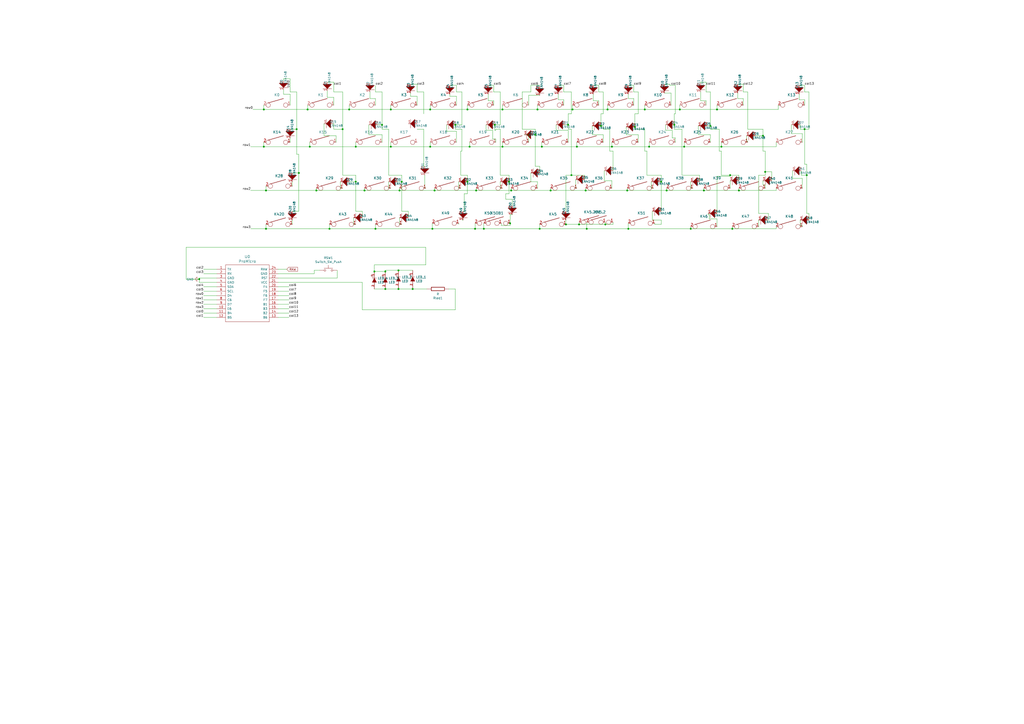
<source format=kicad_sch>
(kicad_sch (version 20230121) (generator eeschema)
  (paper "A2")
  (junction (at 223.52 157.48))
  (junction (at 295.91 129.54))
  (junction (at 354.965 85.09))
  (junction (at 231.775 110.49))
  (junction (at 271.145 105.41))
  (junction (at 206.375 105.41))
  (junction (at 400.685 132.715))
  (junction (at 295.275 105.41))
  (junction (at 374.015 63.5))
  (junction (at 249.555 85.09))
  (junction (at 291.465 85.09))
  (junction (at 287.02 72.39))
  (junction (at 418.465 85.09))
  (junction (at 233.045 105.41))
  (junction (at 221.615 72.39))
  (junction (at 376.555 85.09))
  (junction (at 231.14 167.64))
  (junction (at 331.47 101.6))
  (junction (at 339.725 110.49))
  (junction (at 250.825 132.715))
  (junction (at 364.49 132.715))
  (junction (at 153.035 85.09))
  (junction (at 443.865 99.695))
  (junction (at 154.305 110.49))
  (junction (at 183.515 110.49))
  (junction (at 396.875 85.09))
  (junction (at 423.545 101.6))
  (junction (at 394.335 63.5))
  (junction (at 264.16 72.39))
  (junction (at 352.425 63.5))
  (junction (at 198.755 74.93))
  (junction (at 442.595 78.74))
  (junction (at 311.785 63.5))
  (junction (at 223.52 167.64))
  (junction (at 271.145 63.5))
  (junction (at 314.325 85.09))
  (junction (at 173.355 100.33))
  (junction (at 272.415 85.09))
  (junction (at 313.055 132.715))
  (junction (at 296.545 110.49))
  (junction (at 340.36 132.715))
  (junction (at 351.155 130.175))
  (junction (at 332.105 63.5))
  (junction (at 226.695 85.09))
  (junction (at 231.14 156.845))
  (junction (at 154.305 132.715))
  (junction (at 412.115 73.025))
  (junction (at 428.625 110.49))
  (junction (at 172.085 74.93))
  (junction (at 467.995 101.6))
  (junction (at 368.3 73.66))
  (junction (at 153.035 63.5))
  (junction (at 239.395 167.64))
  (junction (at 310.515 78.105))
  (junction (at 202.565 63.5))
  (junction (at 408.305 110.49))
  (junction (at 276.225 110.49))
  (junction (at 291.465 63.5))
  (junction (at 275.59 132.715))
  (junction (at 363.855 110.49))
  (junction (at 319.405 110.49))
  (junction (at 115.57 161.925))
  (junction (at 252.095 110.49))
  (junction (at 206.375 85.09))
  (junction (at 280.67 132.715))
  (junction (at 415.925 63.5))
  (junction (at 191.135 132.715))
  (junction (at 334.645 85.09))
  (junction (at 217.17 157.48))
  (junction (at 348.615 73.025))
  (junction (at 178.435 63.5))
  (junction (at 386.715 110.49))
  (junction (at 211.455 110.49))
  (junction (at 249.555 63.5))
  (junction (at 179.705 85.09))
  (junction (at 328.295 130.175))
  (junction (at 424.815 132.715))
  (junction (at 335.915 130.175))
  (junction (at 329.565 72.39))
  (junction (at 466.725 74.93))
  (junction (at 217.805 132.715))
  (junction (at 226.695 63.5))
  (junction (at 383.54 105.41))
  (junction (at 391.16 72.39))
  (wire (pts (xy 349.885 74.93) (xy 353.695 74.93)))
  (wire (pts (xy 391.16 72.39) (xy 391.16 74.93)))
  (wire (pts (xy 211.455 110.49) (xy 231.775 110.49)))
  (wire (pts (xy 412.115 73.025) (xy 412.115 74.93)))
  (wire (pts (xy 467.995 123.825) (xy 469.265 123.825)))
  (wire (pts (xy 206.375 105.41) (xy 206.375 122.555)))
  (wire (pts (xy 260.985 54.61) (xy 260.985 55.88)))
  (wire (pts (xy 323.85 54.61) (xy 323.85 57.785)))
  (wire (pts (xy 153.035 63.5) (xy 178.435 63.5)))
  (wire (pts (xy 415.925 102.235) (xy 415.925 123.825)))
  (wire (pts (xy 368.3 74.93) (xy 374.015 74.93)))
  (wire (pts (xy 214.63 53.34) (xy 214.63 57.15)))
  (wire (pts (xy 364.49 132.715) (xy 400.685 132.715)))
  (wire (pts (xy 161.29 156.21) (xy 166.37 156.21)))
  (wire (pts (xy 375.285 101.6) (xy 375.285 87.63)))
  (wire (pts (xy 424.815 132.715) (xy 450.215 132.715)))
  (wire (pts (xy 406.4 47.625) (xy 409.575 47.625)))
  (wire (pts (xy 247.015 143.51) (xy 247.015 153.67)))
  (wire (pts (xy 239.395 167.64) (xy 239.395 167.005)))
  (wire (pts (xy 322.58 72.39) (xy 322.58 75.565)))
  (wire (pts (xy 443.865 101.6) (xy 440.055 101.6)))
  (wire (pts (xy 411.48 127) (xy 415.925 127)))
  (wire (pts (xy 459.105 77.47) (xy 465.455 77.47)))
  (wire (pts (xy 210.185 179.705) (xy 264.16 179.705)))
  (wire (pts (xy 339.725 110.49) (xy 363.855 110.49)))
  (wire (pts (xy 283.21 54.61) (xy 283.21 58.42)))
  (wire (pts (xy 334.645 85.09) (xy 334.645 82.55)))
  (wire (pts (xy 344.17 58.42) (xy 347.345 58.42)))
  (wire (pts (xy 463.55 57.785) (xy 466.725 57.785)))
  (wire (pts (xy 428.625 104.775) (xy 428.625 101.6)))
  (wire (pts (xy 173.355 122.555) (xy 169.545 122.555)))
  (wire (pts (xy 412.115 53.34) (xy 412.115 73.025)))
  (wire (pts (xy 327.025 53.34) (xy 331.47 53.34)))
  (wire (pts (xy 167.64 179.07) (xy 161.29 179.07)))
  (wire (pts (xy 415.925 127) (xy 415.925 131.445)))
  (wire (pts (xy 383.54 130.175) (xy 379.73 130.175)))
  (wire (pts (xy 386.715 110.49) (xy 408.305 110.49)))
  (wire (pts (xy 350.52 104.775) (xy 354.965 104.775)))
  (wire (pts (xy 245.745 74.93) (xy 245.745 96.52)))
  (wire (pts (xy 280.67 132.715) (xy 313.055 132.715)))
  (wire (pts (xy 370.205 53.34) (xy 370.205 66.04)))
  (wire (pts (xy 264.16 72.39) (xy 267.97 72.39)))
  (wire (pts (xy 431.165 53.34) (xy 433.705 53.34)))
  (wire (pts (xy 197.485 109.22) (xy 198.755 109.22)))
  (wire (pts (xy 223.52 157.48) (xy 223.52 156.845)))
  (wire (pts (xy 442.595 107.315) (xy 443.865 107.315)))
  (wire (pts (xy 391.16 72.39) (xy 391.16 66.04)))
  (wire (pts (xy 259.08 76.2) (xy 264.795 76.2)))
  (wire (pts (xy 409.575 58.42) (xy 409.575 60.96)))
  (wire (pts (xy 285.75 80.645) (xy 287.655 80.645)))
  (wire (pts (xy 296.545 110.49) (xy 319.405 110.49)))
  (wire (pts (xy 410.21 73.025) (xy 412.115 73.025)))
  (wire (pts (xy 391.16 74.93) (xy 395.605 74.93)))
  (wire (pts (xy 367.665 57.15) (xy 367.665 60.96)))
  (wire (pts (xy 445.77 123.825) (xy 445.77 127.635)))
  (wire (pts (xy 267.335 87.63) (xy 267.97 87.63)))
  (wire (pts (xy 295.91 130.81) (xy 295.91 129.54)))
  (wire (pts (xy 394.335 63.5) (xy 394.335 60.96)))
  (wire (pts (xy 309.245 78.105) (xy 310.515 78.105)))
  (wire (pts (xy 347.345 49.53) (xy 347.345 53.34)))
  (wire (pts (xy 329.565 74.93) (xy 329.565 72.39)))
  (wire (pts (xy 290.195 53.34) (xy 290.195 72.39)))
  (wire (pts (xy 245.745 74.93) (xy 241.935 74.93)))
  (wire (pts (xy 252.095 110.49) (xy 276.225 110.49)))
  (wire (pts (xy 418.465 101.6) (xy 423.545 101.6)))
  (wire (pts (xy 205.105 130.175) (xy 206.375 130.175)))
  (wire (pts (xy 406.4 48.26) (xy 406.4 47.625)))
  (wire (pts (xy 354.965 85.09) (xy 376.555 85.09)))
  (wire (pts (xy 252.095 110.49) (xy 252.095 109.22)))
  (wire (pts (xy 264.795 55.88) (xy 264.795 60.96)))
  (wire (pts (xy 275.59 129.54) (xy 275.59 132.715)))
  (wire (pts (xy 193.675 71.755) (xy 193.675 74.93)))
  (wire (pts (xy 198.755 101.6) (xy 206.375 101.6)))
  (wire (pts (xy 182.245 158.75) (xy 182.245 156.845)))
  (wire (pts (xy 281.94 72.39) (xy 281.94 75.565)))
  (wire (pts (xy 287.02 75.565) (xy 287.655 75.565)))
  (wire (pts (xy 161.29 158.75) (xy 182.245 158.75)))
  (wire (pts (xy 187.96 78.74) (xy 194.945 78.74)))
  (wire (pts (xy 314.325 85.09) (xy 334.645 85.09)))
  (wire (pts (xy 219.075 72.39) (xy 221.615 72.39)))
  (wire (pts (xy 319.405 110.49) (xy 319.405 109.22)))
  (wire (pts (xy 328.295 127.635) (xy 328.295 130.175)))
  (wire (pts (xy 250.825 129.54) (xy 250.825 132.715)))
  (wire (pts (xy 396.875 85.09) (xy 396.875 82.55)))
  (wire (pts (xy 378.46 127.635) (xy 383.54 127.635)))
  (wire (pts (xy 433.705 53.34) (xy 433.705 74.93)))
  (wire (pts (xy 225.425 109.22) (xy 226.695 109.22)))
  (wire (pts (xy 271.145 101.6) (xy 271.145 105.41)))
  (wire (pts (xy 191.135 132.715) (xy 217.805 132.715)))
  (wire (pts (xy 445.77 127.635) (xy 445.135 127.635)))
  (wire (pts (xy 374.015 74.93) (xy 374.015 87.63)))
  (wire (pts (xy 450.215 82.55) (xy 450.215 85.09)))
  (wire (pts (xy 467.995 95.25) (xy 467.995 101.6)))
  (wire (pts (xy 153.035 60.96) (xy 153.035 63.5)))
  (wire (pts (xy 154.305 130.175) (xy 154.305 132.715)))
  (wire (pts (xy 433.705 81.915) (xy 433.705 82.55)))
  (wire (pts (xy 348.615 66.04) (xy 349.885 66.04)))
  (wire (pts (xy 247.65 167.64) (xy 239.395 167.64)))
  (wire (pts (xy 335.915 130.175) (xy 351.155 130.175)))
  (wire (pts (xy 194.945 78.74) (xy 194.945 82.55)))
  (wire (pts (xy 314.325 85.09) (xy 314.325 82.55)))
  (wire (pts (xy 376.555 85.09) (xy 376.555 82.55)))
  (wire (pts (xy 115.57 163.83) (xy 125.73 163.83)))
  (wire (pts (xy 231.775 130.175) (xy 233.045 130.175)))
  (wire (pts (xy 115.57 161.925) (xy 115.57 163.83)))
  (wire (pts (xy 245.745 53.34) (xy 245.745 66.04)))
  (wire (pts (xy 466.725 57.785) (xy 466.725 60.96)))
  (wire (pts (xy 295.91 129.54) (xy 295.91 124.46)))
  (wire (pts (xy 400.685 132.715) (xy 400.685 131.445)))
  (wire (pts (xy 329.565 75.565) (xy 329.565 82.55)))
  (wire (pts (xy 415.925 63.5) (xy 415.925 60.96)))
  (wire (pts (xy 327.025 57.785) (xy 327.025 60.96)))
  (wire (pts (xy 223.52 156.845) (xy 231.14 156.845)))
  (wire (pts (xy 388.62 49.53) (xy 391.795 49.53)))
  (wire (pts (xy 377.825 109.22) (xy 379.095 109.22)))
  (wire (pts (xy 291.465 85.09) (xy 291.465 82.55)))
  (wire (pts (xy 183.515 110.49) (xy 211.455 110.49)))
  (wire (pts (xy 217.17 157.48) (xy 223.52 157.48)))
  (wire (pts (xy 249.555 63.5) (xy 249.555 60.96)))
  (wire (pts (xy 187.96 71.755) (xy 187.96 78.74)))
  (wire (pts (xy 217.17 153.67) (xy 247.015 153.67)))
  (wire (pts (xy 206.375 85.09) (xy 226.695 85.09)))
  (wire (pts (xy 442.595 104.775) (xy 442.595 107.315)))
  (wire (pts (xy 173.355 100.33) (xy 173.355 89.535)))
  (wire (pts (xy 213.995 78.105) (xy 221.615 78.105)))
  (wire (pts (xy 264.795 49.53) (xy 264.795 53.34)))
  (wire (pts (xy 210.185 163.83) (xy 210.185 179.705)))
  (wire (pts (xy 245.745 96.52) (xy 246.38 96.52)))
  (wire (pts (xy 368.3 66.04) (xy 370.205 66.04)))
  (wire (pts (xy 241.935 48.895) (xy 241.935 53.34)))
  (wire (pts (xy 225.425 101.6) (xy 233.045 101.6)))
  (wire (pts (xy 118.11 181.61) (xy 125.73 181.61)))
  (wire (pts (xy 431.165 48.895) (xy 431.165 53.34)))
  (wire (pts (xy 408.305 110.49) (xy 408.305 109.22)))
  (wire (pts (xy 424.815 132.715) (xy 424.815 131.445)))
  (wire (pts (xy 466.725 53.34) (xy 469.265 53.34)))
  (wire (pts (xy 378.46 122.555) (xy 378.46 127.635)))
  (wire (pts (xy 260.985 55.88) (xy 264.795 55.88)))
  (wire (pts (xy 290.195 74.93) (xy 287.655 74.93)))
  (wire (pts (xy 310.515 78.105) (xy 310.515 96.52)))
  (wire (pts (xy 217.805 132.715) (xy 250.825 132.715)))
  (wire (pts (xy 466.725 95.25) (xy 467.995 95.25)))
  (wire (pts (xy 290.83 130.81) (xy 295.91 130.81)))
  (wire (pts (xy 467.995 101.6) (xy 467.995 123.825)))
  (wire (pts (xy 189.865 47.625) (xy 193.675 47.625)))
  (wire (pts (xy 281.94 75.565) (xy 285.75 75.565)))
  (wire (pts (xy 221.615 53.34) (xy 221.615 72.39)))
  (wire (pts (xy 231.14 167.64) (xy 223.52 167.64)))
  (wire (pts (xy 418.465 101.6) (xy 418.465 87.63)))
  (wire (pts (xy 406.4 58.42) (xy 409.575 58.42)))
  (wire (pts (xy 295.91 124.46) (xy 297.18 124.46)))
  (wire (pts (xy 331.47 53.34) (xy 331.47 66.04)))
  (wire (pts (xy 350.52 99.06) (xy 350.52 104.775)))
  (wire (pts (xy 428.625 110.49) (xy 450.215 110.49)))
  (wire (pts (xy 334.645 85.09) (xy 354.965 85.09)))
  (wire (pts (xy 386.08 75.565) (xy 389.89 75.565)))
  (wire (pts (xy 118.11 156.21) (xy 125.73 156.21)))
  (wire (pts (xy 386.08 72.39) (xy 386.08 75.565)))
  (wire (pts (xy 464.185 130.81) (xy 465.455 130.81)))
  (wire (pts (xy 334.01 109.22) (xy 334.645 109.22)))
  (wire (pts (xy 246.38 101.6) (xy 246.38 109.22)))
  (wire (pts (xy 267.335 101.6) (xy 271.145 101.6)))
  (wire (pts (xy 293.37 112.395) (xy 293.37 115.57)))
  (wire (pts (xy 291.465 63.5) (xy 311.785 63.5)))
  (wire (pts (xy 374.015 63.5) (xy 374.015 60.96)))
  (wire (pts (xy 433.705 74.93) (xy 442.595 74.93)))
  (wire (pts (xy 323.85 49.53) (xy 327.025 49.53)))
  (wire (pts (xy 347.345 58.42) (xy 347.345 60.96)))
  (wire (pts (xy 388.62 49.53) (xy 388.62 48.895)))
  (wire (pts (xy 153.035 85.09) (xy 179.705 85.09)))
  (wire (pts (xy 352.425 63.5) (xy 352.425 60.96)))
  (wire (pts (xy 210.185 126.365) (xy 210.185 122.555)))
  (wire (pts (xy 409.575 53.34) (xy 412.115 53.34)))
  (wire (pts (xy 231.14 156.845) (xy 239.395 156.845)))
  (wire (pts (xy 168.275 60.96) (xy 168.275 54.61)))
  (wire (pts (xy 118.11 166.37) (xy 125.73 166.37)))
  (wire (pts (xy 238.125 53.975) (xy 238.125 55.88)))
  (wire (pts (xy 297.18 115.57) (xy 297.18 119.38)))
  (wire (pts (xy 236.855 126.365) (xy 236.855 122.555)))
  (wire (pts (xy 405.13 73.025) (xy 405.13 78.105)))
  (wire (pts (xy 355.6 99.06) (xy 355.6 87.63)))
  (wire (pts (xy 427.99 57.15) (xy 431.165 57.15)))
  (wire (pts (xy 287.655 80.645) (xy 287.655 82.55)))
  (wire (pts (xy 450.215 132.715) (xy 450.215 131.445)))
  (wire (pts (xy 459.105 72.39) (xy 459.105 77.47)))
  (wire (pts (xy 427.99 48.895) (xy 431.165 48.895)))
  (wire (pts (xy 383.54 105.41) (xy 383.54 122.555)))
  (wire (pts (xy 465.455 103.505) (xy 465.455 109.22)))
  (wire (pts (xy 191.135 132.715) (xy 191.135 130.175)))
  (wire (pts (xy 442.595 74.93) (xy 442.595 78.74)))
  (wire (pts (xy 377.825 105.41) (xy 377.825 109.22)))
  (wire (pts (xy 231.775 110.49) (xy 231.775 109.22)))
  (wire (pts (xy 225.425 74.93) (xy 225.425 101.6)))
  (wire (pts (xy 238.125 55.88) (xy 241.935 55.88)))
  (wire (pts (xy 367.665 53.34) (xy 370.205 53.34)))
  (wire (pts (xy 193.675 74.93) (xy 198.755 74.93)))
  (wire (pts (xy 339.725 110.49) (xy 339.725 109.22)))
  (wire (pts (xy 291.465 63.5) (xy 291.465 60.96)))
  (wire (pts (xy 334.01 104.14) (xy 334.01 109.22)))
  (wire (pts (xy 290.195 74.93) (xy 290.195 101.6)))
  (wire (pts (xy 183.515 110.49) (xy 183.515 109.22)))
  (wire (pts (xy 169.545 127.635) (xy 169.545 130.175)))
  (wire (pts (xy 375.285 87.63) (xy 374.015 87.63)))
  (wire (pts (xy 410.845 124.46) (xy 410.845 123.825)))
  (wire (pts (xy 307.975 100.33) (xy 307.975 105.41)))
  (wire (pts (xy 322.58 75.565) (xy 329.565 75.565)))
  (wire (pts (xy 266.065 130.175) (xy 266.065 129.54)))
  (wire (pts (xy 272.415 85.09) (xy 291.465 85.09)))
  (wire (pts (xy 344.17 49.53) (xy 347.345 49.53)))
  (wire (pts (xy 447.675 99.695) (xy 443.865 99.695)))
  (wire (pts (xy 275.59 132.715) (xy 280.67 132.715)))
  (wire (pts (xy 231.775 110.49) (xy 252.095 110.49)))
  (wire (pts (xy 290.83 130.81) (xy 290.83 129.54)))
  (wire (pts (xy 179.705 85.09) (xy 206.375 85.09)))
  (wire (pts (xy 306.705 78.105) (xy 306.705 82.55)))
  (wire (pts (xy 178.435 63.5) (xy 202.565 63.5)))
  (wire (pts (xy 125.73 161.29) (xy 115.57 161.29)))
  (wire (pts (xy 348.615 73.025) (xy 348.615 66.04)))
  (wire (pts (xy 466.725 49.53) (xy 466.725 53.34)))
  (wire (pts (xy 347.345 53.34) (xy 349.885 53.34)))
  (wire (pts (xy 443.865 101.6) (xy 443.865 99.695)))
  (wire (pts (xy 386.715 110.49) (xy 386.715 109.22)))
  (wire (pts (xy 295.275 101.6) (xy 295.275 105.41)))
  (wire (pts (xy 411.48 124.46) (xy 411.48 127)))
  (wire (pts (xy 145.415 85.09) (xy 153.035 85.09)))
  (wire (pts (xy 332.105 63.5) (xy 332.105 60.96)))
  (wire (pts (xy 291.465 85.09) (xy 314.325 85.09)))
  (wire (pts (xy 388.62 48.895) (xy 385.445 48.895)))
  (wire (pts (xy 440.055 127.635) (xy 440.055 131.445)))
  (wire (pts (xy 167.64 168.91) (xy 161.29 168.91)))
  (wire (pts (xy 459.74 99.06) (xy 459.74 103.505)))
  (wire (pts (xy 465.455 130.81) (xy 465.455 131.445)))
  (wire (pts (xy 250.825 132.715) (xy 275.59 132.715)))
  (wire (pts (xy 374.015 63.5) (xy 394.335 63.5)))
  (wire (pts (xy 450.215 110.49) (xy 450.215 109.22)))
  (wire (pts (xy 349.885 78.105) (xy 349.885 82.55)))
  (wire (pts (xy 423.545 102.235) (xy 423.545 101.6)))
  (wire (pts (xy 118.11 184.15) (xy 125.73 184.15)))
  (wire (pts (xy 418.465 85.09) (xy 418.465 82.55)))
  (wire (pts (xy 463.55 49.53) (xy 466.725 49.53)))
  (wire (pts (xy 340.36 128.905) (xy 340.36 132.715)))
  (wire (pts (xy 307.975 105.41) (xy 311.785 105.41)))
  (wire (pts (xy 329.565 72.39) (xy 329.565 66.04)))
  (wire (pts (xy 107.95 143.51) (xy 247.015 143.51)))
  (wire (pts (xy 405.765 101.6) (xy 405.765 105.41)))
  (wire (pts (xy 226.695 63.5) (xy 226.695 60.96)))
  (wire (pts (xy 206.375 101.6) (xy 206.375 105.41)))
  (wire (pts (xy 214.63 57.15) (xy 217.805 57.15)))
  (wire (pts (xy 295.275 112.395) (xy 293.37 112.395)))
  (wire (pts (xy 167.64 166.37) (xy 161.29 166.37)))
  (wire (pts (xy 412.115 74.93) (xy 417.195 74.93)))
  (wire (pts (xy 354.965 104.775) (xy 354.965 109.22)))
  (wire (pts (xy 323.85 57.785) (xy 327.025 57.785)))
  (wire (pts (xy 443.865 107.315) (xy 443.865 109.22)))
  (wire (pts (xy 233.045 101.6) (xy 233.045 105.41)))
  (wire (pts (xy 154.305 107.95) (xy 154.305 110.49)))
  (wire (pts (xy 285.75 75.565) (xy 285.75 80.645)))
  (wire (pts (xy 167.64 176.53) (xy 161.29 176.53)))
  (wire (pts (xy 193.675 47.625) (xy 193.675 53.34)))
  (wire (pts (xy 391.795 49.53) (xy 391.795 66.04)))
  (wire (pts (xy 328.295 130.175) (xy 335.915 130.175)))
  (wire (pts (xy 287.655 75.565) (xy 287.655 74.93)))
  (wire (pts (xy 118.11 158.75) (xy 125.73 158.75)))
  (wire (pts (xy 302.895 74.93) (xy 310.515 74.93)))
  (wire (pts (xy 396.875 85.09) (xy 418.465 85.09)))
  (wire (pts (xy 290.195 72.39) (xy 287.02 72.39)))
  (wire (pts (xy 267.335 101.6) (xy 267.335 87.63)))
  (wire (pts (xy 286.385 53.34) (xy 290.195 53.34)))
  (wire (pts (xy 173.355 100.33) (xy 173.355 122.555)))
  (wire (pts (xy 327.025 49.53) (xy 327.025 53.34)))
  (wire (pts (xy 389.89 75.565) (xy 389.89 80.01)))
  (wire (pts (xy 264.16 167.64) (xy 264.16 179.705)))
  (wire (pts (xy 287.02 72.39) (xy 287.02 75.565)))
  (wire (pts (xy 440.055 101.6) (xy 440.055 123.825)))
  (wire (pts (xy 173.355 89.535) (xy 172.085 89.535)))
  (wire (pts (xy 451.485 60.96) (xy 451.485 63.5)))
  (wire (pts (xy 168.275 54.61) (xy 164.465 54.61)))
  (wire (pts (xy 400.685 109.22) (xy 401.955 109.22)))
  (wire (pts (xy 241.935 55.88) (xy 241.935 60.96)))
  (wire (pts (xy 230.505 105.41) (xy 233.045 105.41)))
  (wire (pts (xy 226.695 63.5) (xy 249.555 63.5)))
  (wire (pts (xy 443.865 87.63) (xy 442.595 87.63)))
  (wire (pts (xy 276.225 110.49) (xy 276.225 109.22)))
  (wire (pts (xy 349.885 53.34) (xy 349.885 66.04)))
  (wire (pts (xy 202.565 105.41) (xy 206.375 105.41)))
  (wire (pts (xy 145.415 132.715) (xy 154.305 132.715)))
  (wire (pts (xy 269.24 122.555) (xy 268.605 122.555)))
  (wire (pts (xy 354.965 85.09) (xy 354.965 82.55)))
  (wire (pts (xy 280.67 129.54) (xy 280.67 132.715)))
  (wire (pts (xy 405.13 78.105) (xy 412.115 78.105)))
  (wire (pts (xy 118.11 168.91) (xy 125.73 168.91)))
  (wire (pts (xy 259.08 72.39) (xy 259.08 76.2)))
  (wire (pts (xy 306.705 55.245) (xy 306.705 60.96)))
  (wire (pts (xy 363.855 110.49) (xy 386.715 110.49)))
  (wire (pts (xy 451.485 63.5) (xy 415.925 63.5)))
  (wire (pts (xy 339.09 104.14) (xy 339.09 101.6)))
  (wire (pts (xy 400.685 105.41) (xy 400.685 109.22)))
  (wire (pts (xy 154.305 110.49) (xy 183.515 110.49)))
  (wire (pts (xy 417.195 74.93) (xy 417.195 87.63)))
  (wire (pts (xy 364.49 49.53) (xy 367.665 49.53)))
  (wire (pts (xy 267.97 127.635) (xy 268.605 127.635)))
  (wire (pts (xy 197.485 105.41) (xy 197.485 109.22)))
  (wire (pts (xy 168.275 45.72) (xy 164.465 45.72)))
  (wire (pts (xy 395.605 74.93) (xy 395.605 101.6)))
  (wire (pts (xy 221.615 72.39) (xy 221.615 74.93)))
  (wire (pts (xy 415.925 102.235) (xy 423.545 102.235)))
  (wire (pts (xy 469.265 53.34) (xy 469.265 74.93)))
  (wire (pts (xy 295.275 105.41) (xy 295.275 112.395)))
  (wire (pts (xy 464.82 101.6) (xy 467.995 101.6)))
  (wire (pts (xy 311.785 63.5) (xy 332.105 63.5)))
  (wire (pts (xy 178.435 63.5) (xy 178.435 60.96)))
  (wire (pts (xy 118.11 173.99) (xy 125.73 173.99)))
  (wire (pts (xy 310.515 74.93) (xy 310.515 78.105)))
  (wire (pts (xy 173.355 100.33) (xy 169.545 100.33)))
  (wire (pts (xy 182.245 156.845) (xy 185.42 156.845)))
  (wire (pts (xy 364.49 129.54) (xy 364.49 132.715)))
  (wire (pts (xy 217.805 132.715) (xy 217.805 130.175)))
  (wire (pts (xy 351.155 130.175) (xy 355.6 130.175)))
  (wire (pts (xy 223.52 167.64) (xy 217.17 167.64)))
  (wire (pts (xy 363.22 78.105) (xy 370.205 78.105)))
  (wire (pts (xy 145.415 110.49) (xy 154.305 110.49)))
  (wire (pts (xy 311.785 105.41) (xy 311.785 109.22)))
  (wire (pts (xy 464.185 72.39) (xy 464.185 74.93)))
  (wire (pts (xy 205.105 126.365) (xy 205.105 130.175)))
  (wire (pts (xy 168.275 82.55) (xy 168.275 80.01)))
  (wire (pts (xy 231.775 126.365) (xy 231.775 130.175)))
  (wire (pts (xy 428.625 110.49) (xy 428.625 109.22)))
  (wire (pts (xy 290.195 105.41) (xy 290.195 109.22)))
  (wire (pts (xy 412.115 78.105) (xy 412.115 82.55)))
  (wire (pts (xy 264.795 76.2) (xy 264.795 82.55)))
  (wire (pts (xy 286.385 49.53) (xy 286.385 53.34)))
  (wire (pts (xy 465.455 77.47) (xy 465.455 82.55)))
  (wire (pts (xy 202.565 63.5) (xy 226.695 63.5)))
  (wire (pts (xy 375.285 101.6) (xy 383.54 101.6)))
  (wire (pts (xy 172.085 53.34) (xy 172.085 74.93)))
  (wire (pts (xy 311.785 63.5) (xy 311.785 60.96)))
  (wire (pts (xy 226.695 85.09) (xy 226.695 82.55)))
  (wire (pts (xy 193.04 71.755) (xy 193.675 71.755)))
  (wire (pts (xy 189.865 56.515) (xy 193.675 56.515)))
  (wire (pts (xy 179.705 82.55) (xy 179.705 85.09)))
  (wire (pts (xy 161.29 161.29) (xy 195.58 161.29)))
  (wire (pts (xy 221.615 74.93) (xy 225.425 74.93)))
  (wire (pts (xy 355.6 87.63) (xy 353.695 87.63)))
  (wire (pts (xy 327.66 72.39) (xy 329.565 72.39)))
  (wire (pts (xy 313.055 132.715) (xy 340.36 132.715)))
  (wire (pts (xy 249.555 63.5) (xy 271.145 63.5)))
  (wire (pts (xy 469.265 123.825) (xy 469.265 127.635)))
  (wire (pts (xy 344.17 54.61) (xy 344.17 58.42)))
  (wire (pts (xy 169.545 105.41) (xy 169.545 107.95)))
  (wire (pts (xy 459.74 103.505) (xy 465.455 103.505)))
  (wire (pts (xy 293.37 115.57) (xy 297.18 115.57)))
  (wire (pts (xy 463.55 54.61) (xy 463.55 57.785)))
  (wire (pts (xy 238.125 48.895) (xy 241.935 48.895)))
  (wire (pts (xy 368.3 74.93) (xy 368.3 73.66)))
  (wire (pts (xy 115.57 161.29) (xy 115.57 161.925)))
  (wire (pts (xy 319.405 110.49) (xy 339.725 110.49)))
  (wire (pts (xy 198.755 53.34) (xy 198.755 74.93)))
  (wire (pts (xy 364.49 54.61) (xy 364.49 57.15)))
  (wire (pts (xy 332.105 63.5) (xy 352.425 63.5)))
  (wire (pts (xy 168.275 53.34) (xy 172.085 53.34)))
  (wire (pts (xy 349.885 73.025) (xy 349.885 74.93)))
  (wire (pts (xy 266.065 105.41) (xy 266.065 109.22)))
  (wire (pts (xy 331.47 74.93) (xy 329.565 74.93)))
  (wire (pts (xy 304.165 78.105) (xy 306.705 78.105)))
  (wire (pts (xy 363.22 73.66) (xy 363.22 78.105)))
  (wire (pts (xy 443.865 99.695) (xy 443.865 87.63)))
  (wire (pts (xy 370.205 78.105) (xy 370.205 82.55)))
  (wire (pts (xy 391.16 66.04) (xy 391.795 66.04)))
  (wire (pts (xy 376.555 85.09) (xy 396.875 85.09)))
  (wire (pts (xy 221.615 78.105) (xy 221.615 82.55)))
  (wire (pts (xy 329.565 66.04) (xy 331.47 66.04)))
  (wire (pts (xy 302.895 53.34) (xy 307.975 53.34)))
  (wire (pts (xy 307.975 49.53) (xy 313.055 49.53)))
  (wire (pts (xy 118.11 179.07) (xy 125.73 179.07)))
  (wire (pts (xy 438.15 78.74) (xy 442.595 78.74)))
  (wire (pts (xy 271.145 63.5) (xy 271.145 60.96)))
  (wire (pts (xy 423.545 104.775) (xy 423.545 109.22)))
  (wire (pts (xy 271.145 105.41) (xy 271.145 112.395)))
  (wire (pts (xy 428.625 101.6) (xy 423.545 101.6)))
  (wire (pts (xy 260.35 167.64) (xy 264.16 167.64)))
  (wire (pts (xy 296.545 110.49) (xy 296.545 109.22)))
  (wire (pts (xy 389.255 53.975) (xy 389.255 60.96)))
  (wire (pts (xy 418.465 87.63) (xy 417.195 87.63)))
  (wire (pts (xy 267.97 74.93) (xy 267.97 87.63)))
  (wire (pts (xy 343.535 78.105) (xy 349.885 78.105)))
  (wire (pts (xy 290.195 101.6) (xy 295.275 101.6)))
  (wire (pts (xy 389.89 80.01) (xy 391.795 80.01)))
  (wire (pts (xy 364.49 57.15) (xy 367.665 57.15)))
  (wire (pts (xy 153.035 85.09) (xy 153.035 82.55)))
  (wire (pts (xy 271.145 112.395) (xy 269.24 112.395)))
  (wire (pts (xy 351.155 128.905) (xy 351.155 130.175)))
  (wire (pts (xy 266.065 109.22) (xy 267.335 109.22)))
  (wire (pts (xy 167.64 171.45) (xy 161.29 171.45)))
  (wire (pts (xy 363.855 110.49) (xy 363.855 109.22)))
  (wire (pts (xy 331.47 101.6) (xy 339.09 101.6)))
  (wire (pts (xy 267.97 53.34) (xy 267.97 72.39)))
  (wire (pts (xy 217.805 49.53) (xy 217.805 53.34)))
  (wire (pts (xy 290.195 109.22) (xy 291.465 109.22)))
  (wire (pts (xy 385.445 53.975) (xy 389.255 53.975)))
  (wire (pts (xy 107.95 161.925) (xy 107.95 143.51)))
  (wire (pts (xy 217.805 57.15) (xy 217.805 60.96)))
  (wire (pts (xy 355.6 130.175) (xy 355.6 128.905)))
  (wire (pts (xy 343.535 73.025) (xy 343.535 78.105)))
  (wire (pts (xy 217.805 53.34) (xy 221.615 53.34)))
  (wire (pts (xy 440.055 123.825) (xy 445.77 123.825)))
  (wire (pts (xy 272.415 85.09) (xy 272.415 82.55)))
  (wire (pts (xy 211.455 110.49) (xy 211.455 109.22)))
  (wire (pts (xy 213.995 72.39) (xy 213.995 78.105)))
  (wire (pts (xy 447.675 104.775) (xy 447.675 99.695)))
  (wire (pts (xy 168.275 45.72) (xy 168.275 53.34)))
  (wire (pts (xy 313.055 55.245) (xy 306.705 55.245)))
  (wire (pts (xy 307.975 49.53) (xy 307.975 53.34)))
  (wire (pts (xy 246.38 109.22) (xy 247.015 109.22)))
  (wire (pts (xy 167.64 181.61) (xy 161.29 181.61)))
  (wire (pts (xy 167.64 184.15) (xy 161.29 184.15)))
  (wire (pts (xy 433.07 78.74) (xy 433.07 81.915)))
  (wire (pts (xy 264.795 53.34) (xy 267.97 53.34)))
  (wire (pts (xy 239.395 167.64) (xy 231.14 167.64)))
  (wire (pts (xy 249.555 85.09) (xy 272.415 85.09)))
  (wire (pts (xy 394.335 63.5) (xy 415.925 63.5)))
  (wire (pts (xy 164.465 54.61) (xy 164.465 52.07)))
  (wire (pts (xy 406.4 53.34) (xy 406.4 58.42)))
  (wire (pts (xy 368.3 73.66) (xy 368.3 66.04)))
  (wire (pts (xy 202.565 63.5) (xy 202.565 60.96)))
  (wire (pts (xy 310.515 96.52) (xy 313.055 96.52)))
  (wire (pts (xy 264.16 74.93) (xy 264.16 72.39)))
  (wire (pts (xy 172.085 74.93) (xy 168.275 74.93)))
  (wire (pts (xy 391.795 80.01) (xy 391.795 82.55)))
  (wire (pts (xy 379.73 130.175) (xy 379.73 129.54)))
  (wire (pts (xy 331.47 74.93) (xy 331.47 101.6)))
  (wire (pts (xy 264.16 74.93) (xy 267.97 74.93)))
  (wire (pts (xy 164.465 45.72) (xy 164.465 46.99)))
  (wire (pts (xy 283.21 49.53) (xy 286.385 49.53)))
  (wire (pts (xy 383.54 105.41) (xy 382.905 105.41)))
  (wire (pts (xy 353.695 74.93) (xy 353.695 87.63)))
  (wire (pts (xy 115.57 161.925) (xy 107.95 161.925)))
  (wire (pts (xy 383.54 127.635) (xy 383.54 130.175)))
  (wire (pts (xy 286.385 58.42) (xy 286.385 60.96)))
  (wire (pts (xy 328.295 101.6) (xy 331.47 101.6)))
  (wire (pts (xy 195.58 161.29) (xy 195.58 156.845)))
  (wire (pts (xy 427.99 53.975) (xy 427.99 57.15)))
  (wire (pts (xy 161.29 163.83) (xy 210.185 163.83)))
  (wire (pts (xy 217.17 157.48) (xy 217.17 153.67)))
  (wire (pts (xy 241.935 53.34) (xy 245.745 53.34)))
  (wire (pts (xy 418.465 85.09) (xy 450.215 85.09)))
  (wire (pts (xy 313.055 49.53) (xy 313.055 50.165)))
  (wire (pts (xy 198.755 74.93) (xy 198.755 101.6)))
  (wire (pts (xy 283.21 58.42) (xy 286.385 58.42)))
  (wire (pts (xy 340.36 132.715) (xy 364.49 132.715)))
  (wire (pts (xy 352.425 63.5) (xy 374.015 63.5)))
  (wire (pts (xy 206.375 85.09) (xy 206.375 82.55)))
  (wire (pts (xy 383.54 101.6) (xy 383.54 105.41)))
  (wire (pts (xy 193.675 56.515) (xy 193.675 60.96)))
  (wire (pts (xy 431.165 57.15) (xy 431.165 60.96)))
  (wire (pts (xy 408.305 110.49) (xy 428.625 110.49)))
  (wire (pts (xy 313.055 132.715) (xy 313.055 130.175)))
  (wire (pts (xy 226.695 85.09) (xy 249.555 85.09)))
  (wire (pts (xy 233.045 105.41) (xy 233.045 122.555)))
  (wire (pts (xy 328.295 101.6) (xy 328.295 122.555)))
  (wire (pts (xy 172.085 74.93) (xy 172.085 89.535)))
  (wire (pts (xy 464.185 127.635) (xy 464.185 130.81)))
  (wire (pts (xy 348.615 73.025) (xy 349.885 73.025)))
  (wire (pts (xy 167.64 173.99) (xy 161.29 173.99)))
  (wire (pts (xy 271.145 63.5) (xy 291.465 63.5)))
  (wire (pts (xy 210.185 122.555) (xy 206.375 122.555)))
  (wire (pts (xy 189.865 52.705) (xy 189.865 56.515)))
  (wire (pts (xy 367.665 49.53) (xy 367.665 53.34)))
  (wire (pts (xy 335.915 128.905) (xy 335.915 130.175)))
  (wire (pts (xy 146.685 63.5) (xy 153.035 63.5)))
  (wire (pts (xy 464.185 74.93) (xy 466.725 74.93)))
  (wire (pts (xy 264.795 49.53) (xy 260.985 49.53)))
  (wire (pts (xy 231.14 167.64) (xy 231.14 167.005)))
  (wire (pts (xy 466.725 74.93) (xy 466.725 95.25)))
  (wire (pts (xy 400.685 132.715) (xy 424.815 132.715)))
  (wire (pts (xy 249.555 85.09) (xy 249.555 82.55)))
  (wire (pts (xy 464.82 99.06) (xy 464.82 101.6)))
  (wire (pts (xy 276.225 110.49) (xy 296.545 110.49)))
  (wire (pts (xy 313.055 96.52) (xy 313.055 100.33)))
  (wire (pts (xy 118.11 176.53) (xy 125.73 176.53)))
  (wire (pts (xy 225.425 105.41) (xy 225.425 109.22)))
  (wire (pts (xy 118.11 171.45) (xy 125.73 171.45)))
  (wire (pts (xy 409.575 47.625) (xy 409.575 53.34)))
  (wire (pts (xy 395.605 101.6) (xy 405.765 101.6)))
  (wire (pts (xy 302.895 53.34) (xy 302.895 74.93)))
  (wire (pts (xy 442.595 78.74) (xy 442.595 87.63)))
  (wire (pts (xy 193.675 53.34) (xy 198.755 53.34)))
  (wire (pts (xy 154.305 132.715) (xy 191.135 132.715)))
  (wire (pts (xy 410.845 124.46) (xy 411.48 124.46)))
  (wire (pts (xy 469.265 74.93) (xy 466.725 74.93)))
  (wire (pts (xy 236.855 122.555) (xy 233.045 122.555)))
  (wire (pts (xy 269.24 112.395) (xy 269.24 122.555)))
  (wire (pts (xy 433.07 81.915) (xy 433.705 81.915)))
  (label "row2" (at 118.11 176.53 180))
  (label "col10" (at 167.64 176.53 0))
  (label "col1" (at 118.11 184.15 180))
  (label "col2" (at 118.11 156.21 180))
  (label "col12" (at 167.64 181.61 0))
  (label "col0" (at 168.275 50.8 90))
  (label "col13" (at 167.64 184.15 0))
  (label "col9" (at 367.665 49.53 0))
  (label "col4" (at 118.11 166.37 180))
  (label "col10" (at 389.255 49.53 0))
  (label "row0" (at 118.11 171.45 180))
  (label "col0" (at 118.11 181.61 180))
  (label "col1" (at 193.675 49.53 0))
  (label "col13" (at 466.725 49.53 0))
  (label "col7" (at 327.025 49.53 0))
  (label "col8" (at 347.345 49.53 0))
  (label "col8" (at 167.64 171.45 0))
  (label "col7" (at 167.64 168.91 0))
  (label "col6" (at 307.975 49.53 0))
  (label "row2" (at 145.415 110.49 180))
  (label "row1" (at 145.415 85.09 180))
  (label "row3" (at 145.415 132.715 180))
  (label "row3" (at 118.11 179.07 180))
  (label "col11" (at 409.575 49.53 0))
  (label "col2" (at 217.805 49.53 0))
  (label "col3" (at 118.11 158.75 180))
  (label "col5" (at 286.385 49.53 0))
  (label "col11" (at 167.64 179.07 0))
  (label "row0" (at 146.685 63.5 180))
  (label "col4" (at 264.795 49.53 0))
  (label "row1" (at 118.11 173.99 180))
  (label "col5" (at 118.11 168.91 180))
  (label "col9" (at 167.64 173.99 0))
  (label "col12" (at 431.165 49.53 0))
  (label "col3" (at 241.935 49.53 0))
  (label "col6" (at 167.64 166.37 0))
  (global_label "RAW" (shape input) (at 166.37 156.21 0) (property "Intersheetrefs" "${INTERSHEET_REFS}" (effects hide)))
  (symbol (lib_id "CK50-rescue:ProMicro-promicro") (at 143.51 175.26 0) (unit 1)
    (property "Reference" "U0" (at 143.51 148.9202 0) (effects (font (size 1.524 1.524))))
    (property "Value" "ProMicro" (at 143.51 151.6126 0) (effects (font (size 1.524 1.524))))
    (property "Footprint" "Keebio-Parts:ArduinoProMicro" (effects hide))
  )
  (symbol (lib_id "CK50-rescue:KEYSW-keyboard_parts") (at 160.655 60.96 0) (unit 1)
    (property "Reference" "K0" (at 160.655 55.0418 0) (effects (font (size 1.524 1.524))))
    (property "Value" "KEYSW" (effects hide))
    (property "Footprint" "Keebio-Parts:MX_PCB_100H" (effects hide))
  )
  (symbol (lib_id "CK50-rescue:KEYSW-keyboard_parts") (at 160.655 82.55 0) (unit 1)
    (property "Reference" "K14" (at 160.655 76.6318 0) (effects (font (size 1.524 1.524))))
    (property "Value" "KEYSW" (effects hide))
    (property "Footprint" "Keebio-Parts:MX_PCB_100H" (effects hide))
  )
  (symbol (lib_id "CK50-rescue:KEYSW-keyboard_parts") (at 161.925 107.95 0) (unit 1)
    (property "Reference" "K28" (at 161.925 102.0318 0) (effects (font (size 1.524 1.524))))
    (property "Value" "KEYSW" (effects hide))
    (property "Footprint" "Keebio-Parts:MX_PCB_100H" (effects hide))
  )
  (symbol (lib_id "CK50-rescue:KEYSW-keyboard_parts") (at 161.925 130.175 0) (unit 1)
    (property "Reference" "K420" (at 161.925 124.2568 0) (effects (font (size 1.524 1.524))))
    (property "Value" "KEYSW" (effects hide))
    (property "Footprint" "Keebio-Parts:MX_PCB_100H" (effects hide))
  )
  (symbol (lib_id "CK50-rescue:KEYSW-keyboard_parts") (at 186.055 60.96 0) (unit 1)
    (property "Reference" "K1" (at 186.055 55.0418 0) (effects (font (size 1.524 1.524))))
    (property "Value" "KEYSW" (effects hide))
    (property "Footprint" "Keebio-Parts:MX_PCB_100H" (effects hide))
  )
  (symbol (lib_id "CK50-rescue:KEYSW-keyboard_parts") (at 187.325 82.55 0) (unit 1)
    (property "Reference" "K15" (at 187.325 76.6318 0) (effects (font (size 1.524 1.524))))
    (property "Value" "KEYSW" (effects hide))
    (property "Footprint" "Keebio-Parts:MX_PCB_125H" (effects hide))
  )
  (symbol (lib_id "CK50-rescue:KEYSW-keyboard_parts") (at 191.135 109.22 0) (unit 1)
    (property "Reference" "K29" (at 191.135 103.3018 0) (effects (font (size 1.524 1.524))))
    (property "Value" "KEYSW" (effects hide))
    (property "Footprint" "Keebio-Parts:MX_PCB_175H" (effects hide))
  )
  (symbol (lib_id "CK50-rescue:KEYSW-keyboard_parts") (at 198.755 130.175 0) (unit 1)
    (property "Reference" "K43" (at 198.755 124.2568 0) (effects (font (size 1.524 1.524))))
    (property "Value" "KEYSW" (effects hide))
    (property "Footprint" "Keebio-Parts:MX_PCB_100H" (effects hide))
  )
  (symbol (lib_id "CK50-rescue:KEYSW-keyboard_parts") (at 210.185 60.96 0) (unit 1)
    (property "Reference" "K2" (at 210.185 55.0418 0) (effects (font (size 1.524 1.524))))
    (property "Value" "KEYSW" (effects hide))
    (property "Footprint" "Keebio-Parts:MX_PCB_100H" (effects hide))
  )
  (symbol (lib_id "CK50-rescue:D-partlib") (at 164.465 50.8 180) (unit 1)
    (property "Reference" "D0" (at 163.2966 48.7934 90) (effects (justify right)))
    (property "Value" "1N4148" (at 165.608 48.7934 90) (effects (justify right)))
    (property "Footprint" "Keebio-Parts:Diode-dual" (effects hide))
    (property "Datasheet" "http://www.nxp.com/documents/data_sheet/1N4148_1N4448.pdf" (effects hide))
  )
  (symbol (lib_id "CK50-rescue:D-keyboard_parts") (at 189.865 51.435 180) (unit 1)
    (property "Reference" "D1" (at 188.6966 49.4284 90) (effects (justify right)))
    (property "Value" "1N4148" (at 191.008 49.4284 90) (effects (justify right)))
    (property "Footprint" "Keebio-Parts:Diode-dual" (effects hide))
    (property "Datasheet" "http://www.nxp.com/documents/data_sheet/1N4148_1N4448.pdf" (effects hide))
  )
  (symbol (lib_id "CK50-rescue:D-keyboard_parts") (at 214.63 52.07 180) (unit 1)
    (property "Reference" "D2" (at 213.4616 50.0634 90) (effects (justify right)))
    (property "Value" "1N4148" (at 215.773 50.0634 90) (effects (justify right)))
    (property "Footprint" "Keebio-Parts:Diode-dual" (effects hide))
    (property "Datasheet" "http://www.nxp.com/documents/data_sheet/1N4148_1N4448.pdf" (effects hide))
  )
  (symbol (lib_id "CK50-rescue:D-keyboard_parts") (at 168.275 78.74 180) (unit 1)
    (property "Reference" "D14" (at 167.1066 76.7334 90) (effects (justify right)))
    (property "Value" "1N4148" (at 169.418 76.7334 90) (effects (justify right)))
    (property "Footprint" "Keebio-Parts:Diode-dual" (effects hide))
    (property "Datasheet" "http://www.nxp.com/documents/data_sheet/1N4148_1N4448.pdf" (effects hide))
  )
  (symbol (lib_id "CK50-rescue:D-keyboard_parts") (at 189.23 71.755 90) (unit 1)
    (property "Reference" "D15" (at 191.2366 70.5866 90) (effects (justify right)))
    (property "Value" "1N4148" (at 191.2366 72.898 90) (effects (justify right)))
    (property "Footprint" "Keebio-Parts:Diode-dual" (effects hide))
    (property "Datasheet" "http://www.nxp.com/documents/data_sheet/1N4148_1N4448.pdf" (effects hide))
  )
  (symbol (lib_id "CK50-rescue:D-keyboard_parts") (at 169.545 104.14 180) (unit 1)
    (property "Reference" "D28" (at 168.3766 102.1334 90) (effects (justify right)))
    (property "Value" "1N4148" (at 170.688 102.1334 90) (effects (justify right)))
    (property "Footprint" "Keebio-Parts:Diode-dual" (effects hide))
    (property "Datasheet" "http://www.nxp.com/documents/data_sheet/1N4148_1N4448.pdf" (effects hide))
  )
  (symbol (lib_id "CK50-rescue:D-keyboard_parts") (at 198.755 105.41 90) (unit 1)
    (property "Reference" "D29" (at 200.7616 104.2416 90) (effects (justify right)))
    (property "Value" "1N4148" (at 200.7616 106.553 90) (effects (justify right)))
    (property "Footprint" "Keebio-Parts:Diode-dual" (effects hide))
    (property "Datasheet" "http://www.nxp.com/documents/data_sheet/1N4148_1N4448.pdf" (effects hide))
  )
  (symbol (lib_id "CK50-rescue:D-keyboard_parts") (at 169.545 126.365 180) (unit 1)
    (property "Reference" "D420" (at 168.3766 124.3584 90) (effects (justify right)))
    (property "Value" "1N4148" (at 170.688 124.3584 90) (effects (justify right)))
    (property "Footprint" "Keebio-Parts:Diode-dual" (effects hide))
    (property "Datasheet" "http://www.nxp.com/documents/data_sheet/1N4148_1N4448.pdf" (effects hide))
  )
  (symbol (lib_id "CK50-rescue:KEYSW-keyboard_parts") (at 225.425 130.175 0) (unit 1)
    (property "Reference" "K44" (at 225.425 124.2568 0) (effects (font (size 1.524 1.524))))
    (property "Value" "KEYSW" (effects hide))
    (property "Footprint" "Keebio-Parts:MX_PCB_125H" (effects hide))
  )
  (symbol (lib_id "CK50-rescue:KEYSW-keyboard_parts") (at 219.075 109.22 0) (unit 1)
    (property "Reference" "K30" (at 219.075 103.3018 0) (effects (font (size 1.524 1.524))))
    (property "Value" "KEYSW" (effects hide))
    (property "Footprint" "Keebio-Parts:MX_PCB_100H" (effects hide))
  )
  (symbol (lib_id "CK50-rescue:KEYSW-keyboard_parts") (at 213.995 82.55 0) (unit 1)
    (property "Reference" "K16" (at 213.995 76.6318 0) (effects (font (size 1.524 1.524))))
    (property "Value" "KEYSW" (effects hide))
    (property "Footprint" "Keebio-Parts:MX_PCB_100H" (effects hide))
  )
  (symbol (lib_id "CK50-rescue:KEYSW-keyboard_parts") (at 234.315 60.96 0) (unit 1)
    (property "Reference" "K3" (at 234.315 55.0418 0) (effects (font (size 1.524 1.524))))
    (property "Value" "KEYSW" (effects hide))
    (property "Footprint" "Keebio-Parts:MX_PCB_100H" (effects hide))
  )
  (symbol (lib_id "CK50-rescue:KEYSW-keyboard_parts") (at 257.175 60.96 0) (unit 1)
    (property "Reference" "K4" (at 257.175 55.0418 0) (effects (font (size 1.524 1.524))))
    (property "Value" "KEYSW" (effects hide))
    (property "Footprint" "Keebio-Parts:MX_PCB_100H" (effects hide))
  )
  (symbol (lib_id "CK50-rescue:KEYSW-keyboard_parts") (at 278.765 60.96 0) (unit 1)
    (property "Reference" "K5" (at 278.765 55.0418 0) (effects (font (size 1.524 1.524))))
    (property "Value" "KEYSW" (effects hide))
    (property "Footprint" "Keebio-Parts:MX_PCB_100H" (effects hide))
  )
  (symbol (lib_id "CK50-rescue:KEYSW-keyboard_parts") (at 299.085 60.96 0) (unit 1)
    (property "Reference" "K6" (at 299.085 55.0418 0) (effects (font (size 1.524 1.524))))
    (property "Value" "KEYSW" (effects hide))
    (property "Footprint" "Keebio-Parts:MX_PCB_100H" (effects hide))
  )
  (symbol (lib_id "CK50-rescue:KEYSW-keyboard_parts") (at 319.405 60.96 0) (unit 1)
    (property "Reference" "K7" (at 319.405 55.0418 0) (effects (font (size 1.524 1.524))))
    (property "Value" "KEYSW" (effects hide))
    (property "Footprint" "Keebio-Parts:MX_PCB_100H" (effects hide))
  )
  (symbol (lib_id "CK50-rescue:KEYSW-keyboard_parts") (at 339.725 60.96 0) (unit 1)
    (property "Reference" "K8" (at 339.725 55.0418 0) (effects (font (size 1.524 1.524))))
    (property "Value" "KEYSW" (effects hide))
    (property "Footprint" "Keebio-Parts:MX_PCB_100H" (effects hide))
  )
  (symbol (lib_id "CK50-rescue:KEYSW-keyboard_parts") (at 360.045 60.96 0) (unit 1)
    (property "Reference" "K9" (at 360.045 55.0418 0) (effects (font (size 1.524 1.524))))
    (property "Value" "KEYSW" (effects hide))
    (property "Footprint" "Keebio-Parts:MX_PCB_100H" (effects hide))
  )
  (symbol (lib_id "CK50-rescue:KEYSW-keyboard_parts") (at 381.635 60.96 0) (unit 1)
    (property "Reference" "K10" (at 381.635 55.0418 0) (effects (font (size 1.524 1.524))))
    (property "Value" "KEYSW" (effects hide))
    (property "Footprint" "Keebio-Parts:MX_PCB_100H" (effects hide))
  )
  (symbol (lib_id "CK50-rescue:KEYSW-keyboard_parts") (at 401.955 60.96 0) (unit 1)
    (property "Reference" "K11" (at 401.955 55.0418 0) (effects (font (size 1.524 1.524))))
    (property "Value" "KEYSW" (effects hide))
    (property "Footprint" "Keebio-Parts:MX_PCB_100H" (effects hide))
  )
  (symbol (lib_id "CK50-rescue:KEYSW-keyboard_parts") (at 423.545 60.96 0) (unit 1)
    (property "Reference" "K12" (at 423.545 55.0418 0) (effects (font (size 1.524 1.524))))
    (property "Value" "KEYSW" (effects hide))
    (property "Footprint" "Keebio-Parts:MX_PCB_100H" (effects hide))
  )
  (symbol (lib_id "CK50-rescue:KEYSW-keyboard_parts") (at 459.105 60.96 0) (unit 1)
    (property "Reference" "K13" (at 459.105 55.0418 0) (effects (font (size 1.524 1.524))))
    (property "Value" "KEYSW" (effects hide))
    (property "Footprint" "Keebio-Parts:MX_PCB_100H" (effects hide))
  )
  (symbol (lib_id "CK50-rescue:KEYSW-keyboard_parts") (at 457.835 82.55 0) (unit 1)
    (property "Reference" "K27" (at 457.835 76.6318 0) (effects (font (size 1.524 1.524))))
    (property "Value" "KEYSW" (effects hide))
    (property "Footprint" "Keebio-Parts:MX_PCB_100H" (effects hide))
  )
  (symbol (lib_id "CK50-rescue:KEYSW-keyboard_parts") (at 234.315 82.55 0) (unit 1)
    (property "Reference" "K17" (at 234.315 76.6318 0) (effects (font (size 1.524 1.524))))
    (property "Value" "KEYSW" (effects hide))
    (property "Footprint" "Keebio-Parts:MX_PCB_100H" (effects hide))
  )
  (symbol (lib_id "CK50-rescue:KEYSW-keyboard_parts") (at 239.395 109.22 0) (unit 1)
    (property "Reference" "K31" (at 239.395 103.3018 0) (effects (font (size 1.524 1.524))))
    (property "Value" "KEYSW" (effects hide))
    (property "Footprint" "Keebio-Parts:MX_PCB_100H" (effects hide))
  )
  (symbol (lib_id "CK50-rescue:KEYSW-keyboard_parts") (at 257.175 82.55 0) (unit 1)
    (property "Reference" "K18" (at 257.175 76.6318 0) (effects (font (size 1.524 1.524))))
    (property "Value" "KEYSW" (effects hide))
    (property "Footprint" "Keebio-Parts:MX_PCB_100H" (effects hide))
  )
  (symbol (lib_id "CK50-rescue:KEYSW-keyboard_parts") (at 259.715 109.22 0) (unit 1)
    (property "Reference" "K32" (at 259.715 103.3018 0) (effects (font (size 1.524 1.524))))
    (property "Value" "KEYSW" (effects hide))
    (property "Footprint" "Keebio-Parts:MX_PCB_100H" (effects hide))
  )
  (symbol (lib_id "CK50-rescue:KEYSW-keyboard_parts") (at 283.845 109.22 0) (unit 1)
    (property "Reference" "K33" (at 283.845 103.3018 0) (effects (font (size 1.524 1.524))))
    (property "Value" "KEYSW" (effects hide))
    (property "Footprint" "Keebio-Parts:MX_PCB_100H" (effects hide))
  )
  (symbol (lib_id "CK50-rescue:KEYSW-keyboard_parts") (at 280.035 82.55 0) (unit 1)
    (property "Reference" "K19" (at 280.035 76.6318 0) (effects (font (size 1.524 1.524))))
    (property "Value" "KEYSW" (effects hide))
    (property "Footprint" "Keebio-Parts:MX_PCB_100H" (effects hide))
  )
  (symbol (lib_id "CK50-rescue:KEYSW-keyboard_parts") (at 304.165 109.22 0) (unit 1)
    (property "Reference" "K34" (at 304.165 103.3018 0) (effects (font (size 1.524 1.524))))
    (property "Value" "KEYSW" (effects hide))
    (property "Footprint" "Keebio-Parts:MX_PCB_100H" (effects hide))
  )
  (symbol (lib_id "CK50-rescue:KEYSW-keyboard_parts") (at 320.675 130.175 0) (unit 1)
    (property "Reference" "K45" (at 320.675 124.2568 0) (effects (font (size 1.524 1.524))))
    (property "Value" "KEYSW" (effects hide))
    (property "Footprint" "Keebio-Parts:MX_PCB_700H" (effects hide))
  )
  (symbol (lib_id "CK50-rescue:KEYSW-keyboard_parts") (at 299.085 82.55 0) (unit 1)
    (property "Reference" "K20" (at 299.085 76.6318 0) (effects (font (size 1.524 1.524))))
    (property "Value" "KEYSW" (effects hide))
    (property "Footprint" "Keebio-Parts:MX_PCB_100H" (effects hide))
  )
  (symbol (lib_id "CK50-rescue:KEYSW-keyboard_parts") (at 327.025 109.22 0) (unit 1)
    (property "Reference" "K35" (at 327.025 103.3018 0) (effects (font (size 1.524 1.524))))
    (property "Value" "KEYSW" (effects hide))
    (property "Footprint" "Keebio-Parts:MX_PCB_100H" (effects hide))
  )
  (symbol (lib_id "CK50-rescue:KEYSW-keyboard_parts") (at 321.945 82.55 0) (unit 1)
    (property "Reference" "K21" (at 321.945 76.6318 0) (effects (font (size 1.524 1.524))))
    (property "Value" "KEYSW" (effects hide))
    (property "Footprint" "Keebio-Parts:MX_PCB_100H" (effects hide))
  )
  (symbol (lib_id "CK50-rescue:KEYSW-keyboard_parts") (at 342.265 82.55 0) (unit 1)
    (property "Reference" "K22" (at 342.265 76.6318 0) (effects (font (size 1.524 1.524))))
    (property "Value" "KEYSW" (effects hide))
    (property "Footprint" "Keebio-Parts:MX_PCB_100H" (effects hide))
  )
  (symbol (lib_id "CK50-rescue:KEYSW-keyboard_parts") (at 347.345 109.22 0) (unit 1)
    (property "Reference" "K36" (at 347.345 103.3018 0) (effects (font (size 1.524 1.524))))
    (property "Value" "KEYSW" (effects hide))
    (property "Footprint" "Keebio-Parts:MX_PCB_100H" (effects hide))
  )
  (symbol (lib_id "CK50-rescue:KEYSW-keyboard_parts") (at 362.585 82.55 0) (unit 1)
    (property "Reference" "K23" (at 362.585 76.6318 0) (effects (font (size 1.524 1.524))))
    (property "Value" "KEYSW" (effects hide))
    (property "Footprint" "Keebio-Parts:MX_PCB_100H" (effects hide))
  )
  (symbol (lib_id "CK50-rescue:KEYSW-keyboard_parts") (at 384.175 82.55 0) (unit 1)
    (property "Reference" "K24" (at 384.175 76.6318 0) (effects (font (size 1.524 1.524))))
    (property "Value" "KEYSW" (effects hide))
    (property "Footprint" "Keebio-Parts:MX_PCB_100H" (effects hide))
  )
  (symbol (lib_id "CK50-rescue:KEYSW-keyboard_parts") (at 404.495 82.55 0) (unit 1)
    (property "Reference" "K25" (at 404.495 76.6318 0) (effects (font (size 1.524 1.524))))
    (property "Value" "KEYSW" (effects hide))
    (property "Footprint" "Keebio-Parts:MX_PCB_100H" (effects hide))
  )
  (symbol (lib_id "CK50-rescue:KEYSW-keyboard_parts") (at 426.085 82.55 0) (unit 1)
    (property "Reference" "K26" (at 426.085 76.6318 0) (effects (font (size 1.524 1.524))))
    (property "Value" "KEYSW" (effects hide))
    (property "Footprint" "Keebio-Parts:MX_PCB_175H" (effects hide))
  )
  (symbol (lib_id "CK50-rescue:KEYSW-keyboard_parts") (at 457.835 109.22 0) (unit 1)
    (property "Reference" "K41" (at 457.835 103.3018 0) (effects (font (size 1.524 1.524))))
    (property "Value" "KEYSW" (effects hide))
    (property "Footprint" "Keebio-Parts:MX_PCB_100H" (effects hide))
  )
  (symbol (lib_id "CK50-rescue:KEYSW-keyboard_parts") (at 371.475 109.22 0) (unit 1)
    (property "Reference" "K37" (at 371.475 103.3018 0) (effects (font (size 1.524 1.524))))
    (property "Value" "KEYSW" (effects hide))
    (property "Footprint" "Keebio-Parts:MX_PCB_100H" (effects hide))
  )
  (symbol (lib_id "CK50-rescue:KEYSW-keyboard_parts") (at 394.335 109.22 0) (unit 1)
    (property "Reference" "K38" (at 394.335 103.3018 0) (effects (font (size 1.524 1.524))))
    (property "Value" "KEYSW" (effects hide))
    (property "Footprint" "Keebio-Parts:MX_PCB_100H" (effects hide))
  )
  (symbol (lib_id "CK50-rescue:KEYSW-keyboard_parts") (at 415.925 109.22 0) (unit 1)
    (property "Reference" "K39" (at 415.925 103.3018 0) (effects (font (size 1.524 1.524))))
    (property "Value" "KEYSW" (effects hide))
    (property "Footprint" "Keebio-Parts:MX_PCB_100H" (effects hide))
  )
  (symbol (lib_id "CK50-rescue:KEYSW-keyboard_parts") (at 436.245 109.22 0) (unit 1)
    (property "Reference" "K40" (at 436.245 103.3018 0) (effects (font (size 1.524 1.524))))
    (property "Value" "KEYSW" (effects hide))
    (property "Footprint" "Keebio-Parts:MX_PCB_125H" (effects hide))
  )
  (symbol (lib_id "CK50-rescue:KEYSW-keyboard_parts") (at 457.835 131.445 0) (unit 1)
    (property "Reference" "K48" (at 457.835 125.5268 0) (effects (font (size 1.524 1.524))))
    (property "Value" "KEYSW" (effects hide))
    (property "Footprint" "Keebio-Parts:MX_PCB_100H" (effects hide))
  )
  (symbol (lib_id "CK50-rescue:KEYSW-keyboard_parts") (at 432.435 131.445 0) (unit 1)
    (property "Reference" "K47" (at 432.435 125.5268 0) (effects (font (size 1.524 1.524))))
    (property "Value" "KEYSW" (effects hide))
    (property "Footprint" "Keebio-Parts:MX_PCB_100H" (effects hide))
  )
  (symbol (lib_id "CK50-rescue:KEYSW-keyboard_parts") (at 408.305 131.445 0) (unit 1)
    (property "Reference" "K46" (at 408.305 125.5268 0) (effects (font (size 1.524 1.524))))
    (property "Value" "KEYSW" (effects hide))
    (property "Footprint" "Keebio-Parts:MX_PCB_125H" (effects hide))
  )
  (symbol (lib_id "CK50-rescue:D-keyboard_parts") (at 215.265 72.39 90) (unit 1)
    (property "Reference" "D16" (at 217.2716 71.2216 90) (effects (justify right)))
    (property "Value" "1N4148" (at 217.2716 73.533 90) (effects (justify right)))
    (property "Footprint" "Keebio-Parts:Diode-dual" (effects hide))
    (property "Datasheet" "http://www.nxp.com/documents/data_sheet/1N4148_1N4448.pdf" (effects hide))
  )
  (symbol (lib_id "CK50-rescue:D-keyboard_parts") (at 238.125 71.755 90) (unit 1)
    (property "Reference" "D17" (at 240.1316 70.5866 90) (effects (justify right)))
    (property "Value" "1N4148" (at 240.1316 72.898 90) (effects (justify right)))
    (property "Footprint" "Keebio-Parts:Diode-dual" (effects hide))
    (property "Datasheet" "http://www.nxp.com/documents/data_sheet/1N4148_1N4448.pdf" (effects hide))
  )
  (symbol (lib_id "CK50-rescue:D-keyboard_parts") (at 226.695 105.41 90) (unit 1)
    (property "Reference" "D30" (at 228.7016 104.2416 90) (effects (justify right)))
    (property "Value" "1N4148" (at 228.7016 106.553 90) (effects (justify right)))
    (property "Footprint" "Keebio-Parts:Diode-dual" (effects hide))
    (property "Datasheet" "http://www.nxp.com/documents/data_sheet/1N4148_1N4448.pdf" (effects hide))
  )
  (symbol (lib_id "CK50-rescue:D-keyboard_parts") (at 206.375 126.365 90) (unit 1)
    (property "Reference" "D43" (at 208.3816 125.1966 90) (effects (justify right)))
    (property "Value" "1N4148" (at 208.3816 127.508 90) (effects (justify right)))
    (property "Footprint" "Keebio-Parts:Diode-dual" (effects hide))
    (property "Datasheet" "http://www.nxp.com/documents/data_sheet/1N4148_1N4448.pdf" (effects hide))
  )
  (symbol (lib_id "CK50-rescue:D-keyboard_parts") (at 233.045 126.365 90) (unit 1)
    (property "Reference" "D44" (at 235.0516 125.1966 90) (effects (justify right)))
    (property "Value" "1N4148" (at 235.0516 127.508 90) (effects (justify right)))
    (property "Footprint" "Keebio-Parts:Diode-dual" (effects hide))
    (property "Datasheet" "http://www.nxp.com/documents/data_sheet/1N4148_1N4448.pdf" (effects hide))
  )
  (symbol (lib_id "CK50-rescue:D-keyboard_parts") (at 238.125 52.705 180) (unit 1)
    (property "Reference" "D3" (at 236.9566 50.6984 90) (effects (justify right)))
    (property "Value" "1N4148" (at 239.268 50.6984 90) (effects (justify right)))
    (property "Footprint" "Keebio-Parts:Diode-dual" (effects hide))
    (property "Datasheet" "http://www.nxp.com/documents/data_sheet/1N4148_1N4448.pdf" (effects hide))
  )
  (symbol (lib_id "CK50-rescue:D-keyboard_parts") (at 260.35 72.39 90) (unit 1)
    (property "Reference" "D18" (at 262.3566 71.2216 90) (effects (justify right)))
    (property "Value" "1N4148" (at 262.3566 73.533 90) (effects (justify right)))
    (property "Footprint" "Keebio-Parts:Diode-dual" (effects hide))
    (property "Datasheet" "http://www.nxp.com/documents/data_sheet/1N4148_1N4448.pdf" (effects hide))
  )
  (symbol (lib_id "CK50-rescue:D-keyboard_parts") (at 260.985 53.34 180) (unit 1)
    (property "Reference" "D4" (at 259.8166 51.3334 90) (effects (justify right)))
    (property "Value" "1N4148" (at 262.128 51.3334 90) (effects (justify right)))
    (property "Footprint" "Keebio-Parts:Diode-dual" (effects hide))
    (property "Datasheet" "http://www.nxp.com/documents/data_sheet/1N4148_1N4448.pdf" (effects hide))
  )
  (symbol (lib_id "CK50-rescue:D-keyboard_parts") (at 283.21 53.34 180) (unit 1)
    (property "Reference" "D5" (at 282.0416 51.3334 90) (effects (justify right)))
    (property "Value" "1N4148" (at 284.353 51.3334 90) (effects (justify right)))
    (property "Footprint" "Keebio-Parts:Diode-dual" (effects hide))
    (property "Datasheet" "http://www.nxp.com/documents/data_sheet/1N4148_1N4448.pdf" (effects hide))
  )
  (symbol (lib_id "CK50-rescue:D-keyboard_parts") (at 313.055 53.975 180) (unit 1)
    (property "Reference" "D6" (at 311.8866 51.9684 90) (effects (justify right)))
    (property "Value" "1N4148" (at 314.198 51.9684 90) (effects (justify right)))
    (property "Footprint" "Keebio-Parts:Diode-dual" (effects hide))
    (property "Datasheet" "http://www.nxp.com/documents/data_sheet/1N4148_1N4448.pdf" (effects hide))
  )
  (symbol (lib_id "CK50-rescue:D-keyboard_parts") (at 323.85 53.34 180) (unit 1)
    (property "Reference" "D7" (at 322.6816 51.3334 90) (effects (justify right)))
    (property "Value" "1N4148" (at 324.993 51.3334 90) (effects (justify right)))
    (property "Footprint" "Keebio-Parts:Diode-dual" (effects hide))
    (property "Datasheet" "http://www.nxp.com/documents/data_sheet/1N4148_1N4448.pdf" (effects hide))
  )
  (symbol (lib_id "CK50-rescue:D-keyboard_parts") (at 344.17 53.34 180) (unit 1)
    (property "Reference" "D8" (at 343.0016 51.3334 90) (effects (justify right)))
    (property "Value" "1N4148" (at 345.313 51.3334 90) (effects (justify right)))
    (property "Footprint" "Keebio-Parts:Diode-dual" (effects hide))
    (property "Datasheet" "http://www.nxp.com/documents/data_sheet/1N4148_1N4448.pdf" (effects hide))
  )
  (symbol (lib_id "CK50-rescue:D-keyboard_parts") (at 364.49 53.34 180) (unit 1)
    (property "Reference" "D9" (at 363.3216 51.3334 90) (effects (justify right)))
    (property "Value" "1N4148" (at 365.633 51.3334 90) (effects (justify right)))
    (property "Footprint" "Keebio-Parts:Diode-dual" (effects hide))
    (property "Datasheet" "http://www.nxp.com/documents/data_sheet/1N4148_1N4448.pdf" (effects hide))
  )
  (symbol (lib_id "CK50-rescue:D-keyboard_parts") (at 385.445 52.705 180) (unit 1)
    (property "Reference" "D10" (at 384.2766 50.6984 90) (effects (justify right)))
    (property "Value" "1N4148" (at 386.588 50.6984 90) (effects (justify right)))
    (property "Footprint" "Keebio-Parts:Diode-dual" (effects hide))
    (property "Datasheet" "http://www.nxp.com/documents/data_sheet/1N4148_1N4448.pdf" (effects hide))
  )
  (symbol (lib_id "CK50-rescue:D-keyboard_parts") (at 406.4 52.07 180) (unit 1)
    (property "Reference" "D11" (at 405.2316 50.0634 90) (effects (justify right)))
    (property "Value" "1N4148" (at 407.543 50.0634 90) (effects (justify right)))
    (property "Footprint" "Keebio-Parts:Diode-dual" (effects hide))
    (property "Datasheet" "http://www.nxp.com/documents/data_sheet/1N4148_1N4448.pdf" (effects hide))
  )
  (symbol (lib_id "CK50-rescue:D-keyboard_parts") (at 427.99 52.705 180) (unit 1)
    (property "Reference" "D12" (at 426.8216 50.6984 90) (effects (justify right)))
    (property "Value" "1N4148" (at 429.133 50.6984 90) (effects (justify right)))
    (property "Footprint" "Keebio-Parts:Diode-dual" (effects hide))
    (property "Datasheet" "http://www.nxp.com/documents/data_sheet/1N4148_1N4448.pdf" (effects hide))
  )
  (symbol (lib_id "CK50-rescue:D-keyboard_parts") (at 463.55 53.34 180) (unit 1)
    (property "Reference" "D13" (at 462.3816 51.3334 90) (effects (justify right)))
    (property "Value" "1N4148" (at 464.693 51.3334 90) (effects (justify right)))
    (property "Footprint" "Keebio-Parts:Diode-dual" (effects hide))
    (property "Datasheet" "http://www.nxp.com/documents/data_sheet/1N4148_1N4448.pdf" (effects hide))
  )
  (symbol (lib_id "CK50-rescue:D-keyboard_parts") (at 460.375 72.39 90) (unit 1)
    (property "Reference" "D27" (at 462.3816 71.2216 90) (effects (justify right)))
    (property "Value" "1N4148" (at 462.3816 73.533 90) (effects (justify right)))
    (property "Footprint" "Keebio-Parts:Diode-dual" (effects hide))
    (property "Datasheet" "http://www.nxp.com/documents/data_sheet/1N4148_1N4448.pdf" (effects hide))
  )
  (symbol (lib_id "CK50-rescue:D-keyboard_parts") (at 283.21 72.39 90) (unit 1)
    (property "Reference" "D19" (at 285.2166 71.2216 90) (effects (justify right)))
    (property "Value" "1N4148" (at 285.2166 73.533 90) (effects (justify right)))
    (property "Footprint" "Keebio-Parts:Diode-dual" (effects hide))
    (property "Datasheet" "http://www.nxp.com/documents/data_sheet/1N4148_1N4448.pdf" (effects hide))
  )
  (symbol (lib_id "CK50-rescue:D-keyboard_parts") (at 305.435 78.105 90) (unit 1)
    (property "Reference" "D20" (at 307.4416 76.9366 90) (effects (justify right)))
    (property "Value" "1N4148" (at 306.705 78.105 90) (effects (justify right)))
    (property "Footprint" "Keebio-Parts:Diode-dual" (effects hide))
    (property "Datasheet" "http://www.nxp.com/documents/data_sheet/1N4148_1N4448.pdf" (effects hide))
  )
  (symbol (lib_id "CK50-rescue:D-keyboard_parts") (at 323.85 72.39 90) (unit 1)
    (property "Reference" "D21" (at 325.8566 71.2216 90) (effects (justify right)))
    (property "Value" "1N4148" (at 325.8566 73.533 90) (effects (justify right)))
    (property "Footprint" "Keebio-Parts:Diode-dual" (effects hide))
    (property "Datasheet" "http://www.nxp.com/documents/data_sheet/1N4148_1N4448.pdf" (effects hide))
  )
  (symbol (lib_id "CK50-rescue:D-keyboard_parts") (at 344.805 73.025 90) (unit 1)
    (property "Reference" "D22" (at 346.8116 71.8566 90) (effects (justify right)))
    (property "Value" "1N4148" (at 346.8116 74.168 90) (effects (justify right)))
    (property "Footprint" "Keebio-Parts:Diode-dual" (effects hide))
    (property "Datasheet" "http://www.nxp.com/documents/data_sheet/1N4148_1N4448.pdf" (effects hide))
  )
  (symbol (lib_id "CK50-rescue:D-keyboard_parts") (at 364.49 73.66 90) (unit 1)
    (property "Reference" "D23" (at 366.4966 72.4916 90) (effects (justify right)))
    (property "Value" "1N4148" (at 366.4966 74.803 90) (effects (justify right)))
    (property "Footprint" "Keebio-Parts:Diode-dual" (effects hide))
    (property "Datasheet" "http://www.nxp.com/documents/data_sheet/1N4148_1N4448.pdf" (effects hide))
  )
  (symbol (lib_id "CK50-rescue:D-keyboard_parts") (at 387.35 72.39 90) (unit 1)
    (property "Reference" "D24" (at 389.3566 71.2216 90) (effects (justify right)))
    (property "Value" "1N4148" (at 389.3566 73.533 90) (effects (justify right)))
    (property "Footprint" "Keebio-Parts:Diode-dual" (effects hide))
    (property "Datasheet" "http://www.nxp.com/documents/data_sheet/1N4148_1N4448.pdf" (effects hide))
  )
  (symbol (lib_id "CK50-rescue:D-keyboard_parts") (at 406.4 73.025 90) (unit 1)
    (property "Reference" "D25" (at 408.4066 71.8566 90) (effects (justify right)))
    (property "Value" "1N4148" (at 408.4066 74.168 90) (effects (justify right)))
    (property "Footprint" "Keebio-Parts:Diode-dual" (effects hide))
    (property "Datasheet" "http://www.nxp.com/documents/data_sheet/1N4148_1N4448.pdf" (effects hide))
  )
  (symbol (lib_id "CK50-rescue:D-keyboard_parts") (at 434.34 78.74 90) (unit 1)
    (property "Reference" "D26" (at 436.3466 77.5716 90) (effects (justify right)))
    (property "Value" "1N4148" (at 436.3466 79.883 90) (effects (justify right)))
    (property "Footprint" "Keebio-Parts:Diode-dual" (effects hide))
    (property "Datasheet" "http://www.nxp.com/documents/data_sheet/1N4148_1N4448.pdf" (effects hide))
  )
  (symbol (lib_id "CK50-rescue:D-keyboard_parts") (at 461.01 99.06 90) (unit 1)
    (property "Reference" "D41" (at 463.0166 97.8916 90) (effects (justify right)))
    (property "Value" "1N4148" (at 463.0166 100.203 90) (effects (justify right)))
    (property "Footprint" "Keebio-Parts:Diode-dual" (effects hide))
    (property "Datasheet" "http://www.nxp.com/documents/data_sheet/1N4148_1N4448.pdf" (effects hide))
  )
  (symbol (lib_id "CK50-rescue:D-keyboard_parts") (at 246.38 100.33 180) (unit 1)
    (property "Reference" "D31" (at 245.2116 98.3234 90) (effects (justify right)))
    (property "Value" "1N4148" (at 247.523 98.3234 90) (effects (justify right)))
    (property "Footprint" "Keebio-Parts:Diode-dual" (effects hide))
    (property "Datasheet" "http://www.nxp.com/documents/data_sheet/1N4148_1N4448.pdf" (effects hide))
  )
  (symbol (lib_id "CK50-rescue:D-keyboard_parts") (at 267.335 105.41 90) (unit 1)
    (property "Reference" "D32" (at 269.3416 104.2416 90) (effects (justify right)))
    (property "Value" "1N4148" (at 269.3416 106.553 90) (effects (justify right)))
    (property "Footprint" "Keebio-Parts:Diode-dual" (effects hide))
    (property "Datasheet" "http://www.nxp.com/documents/data_sheet/1N4148_1N4448.pdf" (effects hide))
  )
  (symbol (lib_id "CK50-rescue:D-keyboard_parts") (at 291.465 105.41 90) (unit 1)
    (property "Reference" "D33" (at 293.4716 104.2416 90) (effects (justify right)))
    (property "Value" "1N4148" (at 293.4716 106.553 90) (effects (justify right)))
    (property "Footprint" "Keebio-Parts:Diode-dual" (effects hide))
    (property "Datasheet" "http://www.nxp.com/documents/data_sheet/1N4148_1N4448.pdf" (effects hide))
  )
  (symbol (lib_id "CK50-rescue:D-keyboard_parts") (at 309.245 100.33 90) (unit 1)
    (property "Reference" "D34" (at 311.2516 99.1616 90) (effects (justify right)))
    (property "Value" "1N4148" (at 310.515 100.965 90) (effects (justify right)))
    (property "Footprint" "Keebio-Parts:Diode-dual" (effects hide))
    (property "Datasheet" "http://www.nxp.com/documents/data_sheet/1N4148_1N4448.pdf" (effects hide))
  )
  (symbol (lib_id "CK50-rescue:D-keyboard_parts") (at 335.28 104.14 90) (unit 1)
    (property "Reference" "D35" (at 337.2866 102.9716 90) (effects (justify right)))
    (property "Value" "1N4148" (at 337.2866 105.283 90) (effects (justify right)))
    (property "Footprint" "Keebio-Parts:Diode-dual" (effects hide))
    (property "Datasheet" "http://www.nxp.com/documents/data_sheet/1N4148_1N4448.pdf" (effects hide))
  )
  (symbol (lib_id "CK50-rescue:D-keyboard_parts") (at 351.79 99.06 90) (unit 1)
    (property "Reference" "D36" (at 353.7966 97.8916 90) (effects (justify right)))
    (property "Value" "1N4148" (at 353.7966 100.203 90) (effects (justify right)))
    (property "Footprint" "Keebio-Parts:Diode-dual" (effects hide))
    (property "Datasheet" "http://www.nxp.com/documents/data_sheet/1N4148_1N4448.pdf" (effects hide))
  )
  (symbol (lib_id "CK50-rescue:D-keyboard_parts") (at 379.095 105.41 90) (unit 1)
    (property "Reference" "D37" (at 381.1016 104.2416 90) (effects (justify right)))
    (property "Value" "1N4148" (at 381.1016 106.553 90) (effects (justify right)))
    (property "Footprint" "Keebio-Parts:Diode-dual" (effects hide))
    (property "Datasheet" "http://www.nxp.com/documents/data_sheet/1N4148_1N4448.pdf" (effects hide))
  )
  (symbol (lib_id "CK50-rescue:D-keyboard_parts") (at 401.955 105.41 90) (unit 1)
    (property "Reference" "D38" (at 403.9616 104.2416 90) (effects (justify right)))
    (property "Value" "1N4148" (at 403.9616 106.553 90) (effects (justify right)))
    (property "Footprint" "Keebio-Parts:Diode-dual" (effects hide))
    (property "Datasheet" "http://www.nxp.com/documents/data_sheet/1N4148_1N4448.pdf" (effects hide))
  )
  (symbol (lib_id "CK50-rescue:D-keyboard_parts") (at 424.815 104.775 90) (unit 1)
    (property "Reference" "D39" (at 426.8216 103.6066 90) (effects (justify right)))
    (property "Value" "1N4148" (at 426.8216 105.918 90) (effects (justify right)))
    (property "Footprint" "Keebio-Parts:Diode-dual" (effects hide))
    (property "Datasheet" "http://www.nxp.com/documents/data_sheet/1N4148_1N4448.pdf" (effects hide))
  )
  (symbol (lib_id "CK50-rescue:D-keyboard_parts") (at 443.865 104.775 90) (unit 1)
    (property "Reference" "D40" (at 445.8716 103.6066 90) (effects (justify right)))
    (property "Value" "1N4148" (at 445.8716 105.918 90) (effects (justify right)))
    (property "Footprint" "Keebio-Parts:Diode-dual" (effects hide))
    (property "Datasheet" "http://www.nxp.com/documents/data_sheet/1N4148_1N4448.pdf" (effects hide))
  )
  (symbol (lib_id "CK50-rescue:D-keyboard_parts") (at 465.455 127.635 90) (unit 1)
    (property "Reference" "D48" (at 467.4616 126.4666 90) (effects (justify right)))
    (property "Value" "1N4148" (at 467.4616 128.778 90) (effects (justify right)))
    (property "Footprint" "Keebio-Parts:Diode-dual" (effects hide))
    (property "Datasheet" "http://www.nxp.com/documents/data_sheet/1N4148_1N4448.pdf" (effects hide))
  )
  (symbol (lib_id "CK50-rescue:D-keyboard_parts") (at 441.325 127.635 90) (unit 1)
    (property "Reference" "D47" (at 443.3316 126.4666 90) (effects (justify right)))
    (property "Value" "1N4148" (at 443.3316 128.778 90) (effects (justify right)))
    (property "Footprint" "Keebio-Parts:Diode-dual" (effects hide))
    (property "Datasheet" "http://www.nxp.com/documents/data_sheet/1N4148_1N4448.pdf" (effects hide))
  )
  (symbol (lib_id "CK50-rescue:D-keyboard_parts") (at 412.115 123.825 90) (unit 1)
    (property "Reference" "D46" (at 414.1216 122.6566 90) (effects (justify right)))
    (property "Value" "1N4148" (at 414.1216 124.968 90) (effects (justify right)))
    (property "Footprint" "Keebio-Parts:Diode-dual" (effects hide))
    (property "Datasheet" "http://www.nxp.com/documents/data_sheet/1N4148_1N4448.pdf" (effects hide))
  )
  (symbol (lib_id "CK50-rescue:D-keyboard_parts") (at 328.295 126.365 180) (unit 1)
    (property "Reference" "D45" (at 327.1266 124.3584 90) (effects (justify right)))
    (property "Value" "1N4148" (at 329.438 124.3584 90) (effects (justify right)))
    (property "Footprint" "Keebio-Parts:Diode-dual" (effects hide))
    (property "Datasheet" "http://www.nxp.com/documents/data_sheet/1N4148_1N4448.pdf" (effects hide))
  )
  (symbol (lib_id "CK50-rescue:KEYSW-keyboard_parts") (at 258.445 129.54 0) (unit 1)
    (property "Reference" "K49" (at 258.445 123.6218 0) (effects (font (size 1.524 1.524))))
    (property "Value" "KEYSW" (effects hide))
    (property "Footprint" "Keebio-Parts:MX_PCB_700H" (effects hide))
  )
  (symbol (lib_id "CK50-rescue:KEYSW-keyboard_parts") (at 283.21 129.54 0) (unit 1)
    (property "Reference" "K50" (at 283.21 123.6218 0) (effects (font (size 1.524 1.524))))
    (property "Value" "KEYSW" (effects hide))
    (property "Footprint" "Keebio-Parts:MX_PCB_700H" (effects hide))
  )
  (symbol (lib_id "CK50-rescue:KEYSW-keyboard_parts") (at 372.11 129.54 0) (unit 1)
    (property "Reference" "K51" (at 372.11 123.6218 0) (effects (font (size 1.524 1.524))))
    (property "Value" "KEYSW" (effects hide))
    (property "Footprint" "Keebio-Parts:MX_PCB_700H" (effects hide))
  )
  (symbol (lib_id "CK50-rescue:D-keyboard_parts") (at 297.18 123.19 180) (unit 1)
    (property "Reference" "D50" (at 296.0116 121.1834 90) (effects (justify right)))
    (property "Value" "1N4148" (at 298.323 121.1834 90) (effects (justify right)))
    (property "Footprint" "Keebio-Parts:Diode-dual" (effects hide))
    (property "Datasheet" "http://www.nxp.com/documents/data_sheet/1N4148_1N4448.pdf" (effects hide))
  )
  (symbol (lib_id "CK50-rescue:D-keyboard_parts") (at 268.605 126.365 180) (unit 1)
    (property "Reference" "D49" (at 267.4366 124.3584 90) (effects (justify right)))
    (property "Value" "1N4148" (at 269.748 124.3584 90) (effects (justify right)))
    (property "Footprint" "Keebio-Parts:Diode-dual" (effects hide))
    (property "Datasheet" "http://www.nxp.com/documents/data_sheet/1N4148_1N4448.pdf" (effects hide))
  )
  (symbol (lib_id "CK50-rescue:D-keyboard_parts") (at 379.73 122.555 90) (unit 1)
    (property "Reference" "D51" (at 381.7366 121.3866 90) (effects (justify right)))
    (property "Value" "1N4148" (at 381.7366 123.698 90) (effects (justify right)))
    (property "Footprint" "Keebio-Parts:Diode-dual" (effects hide))
    (property "Datasheet" "http://www.nxp.com/documents/data_sheet/1N4148_1N4448.pdf" (effects hide))
  )
  (symbol (lib_id "CK50-rescue:KEYSW-keyboard_parts") (at 347.98 128.905 0) (unit 1)
    (property "Reference" "K45.2" (at 347.98 122.9868 0) (effects (font (size 1.524 1.524))))
    (property "Value" "KEYSW" (effects hide))
    (property "Footprint" "Keebio-Parts:MX_PCB_700H" (effects hide))
  )
  (symbol (lib_id "CK50-rescue:KEYSW-keyboard_parts") (at 343.535 128.905 0) (unit 1)
    (property "Reference" "K45.2B1" (at 343.535 122.9868 0) (effects (font (size 1.524 1.524))))
    (property "Value" "KEYSW" (effects hide))
  )
  (symbol (lib_id "CK50-rescue:KEYSW-keyboard_parts") (at 288.29 129.54 0) (unit 1)
    (property "Reference" "K50B1" (at 288.29 123.6218 0) (effects (font (size 1.524 1.524))))
    (property "Value" "KEYSW" (effects hide))
  )
  (symbol (lib_id "CK50-rescue:LED-keyboard_parts") (at 239.395 161.925 270) (unit 1)
    (property "Reference" "LED_1" (at 241.3762 160.7566 90) (effects (justify left)))
    (property "Value" "LED" (at 241.3762 163.068 90) (effects (justify left)))
  )
  (symbol (lib_id "CK50-rescue:LED-keyboard_parts") (at 231.14 161.925 270) (unit 1)
    (property "Reference" "LED_2" (at 233.1212 160.7566 90) (effects (justify left)))
    (property "Value" "LED" (at 233.1212 163.068 90) (effects (justify left)))
  )
  (symbol (lib_id "CK50-rescue:LED-keyboard_parts") (at 223.52 162.56 270) (unit 1)
    (property "Reference" "LED_3" (at 225.5012 161.3916 90) (effects (justify left)))
    (property "Value" "LED" (at 225.5012 163.703 90) (effects (justify left)))
  )
  (symbol (lib_id "CK50-rescue:LED-keyboard_parts") (at 217.17 162.56 270) (unit 1)
    (property "Reference" "LED_4" (at 219.1512 161.3916 90) (effects (justify left)))
    (property "Value" "LED" (at 219.1512 163.703 90) (effects (justify left)))
  )
  (symbol (lib_id "CK50-rescue:R-keyboard_parts") (at 254 167.64 90) (unit 1)
    (property "Reference" "Rled1" (at 254 172.9232 90))
    (property "Value" "R" (at 254 170.6118 90))
  )
  (symbol (lib_id "CK50-rescue:Switch_SW_Push-yampad") (at 190.5 156.845 0) (unit 1)
    (property "Reference" "RSW1" (at 190.5 149.606 0))
    (property "Value" "Switch_SW_Push" (at 190.5 151.9174 0))
  )
  (symbol (lib_id "CK50-rescue:GND-power-yacclib") (at 115.57 161.925 270) (unit 1)
    (property "Reference" "#PWR0106" (effects hide))
    (property "Value" "GND-power" (at 112.3442 162.052 90) (effects (justify right)))
  )
)
</source>
